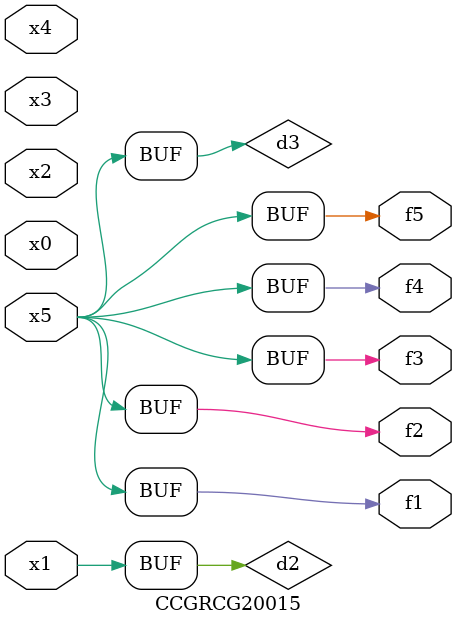
<source format=v>
module CCGRCG20015(
	input x0, x1, x2, x3, x4, x5,
	output f1, f2, f3, f4, f5
);

	wire d1, d2, d3;

	not (d1, x5);
	or (d2, x1);
	xnor (d3, d1);
	assign f1 = d3;
	assign f2 = d3;
	assign f3 = d3;
	assign f4 = d3;
	assign f5 = d3;
endmodule

</source>
